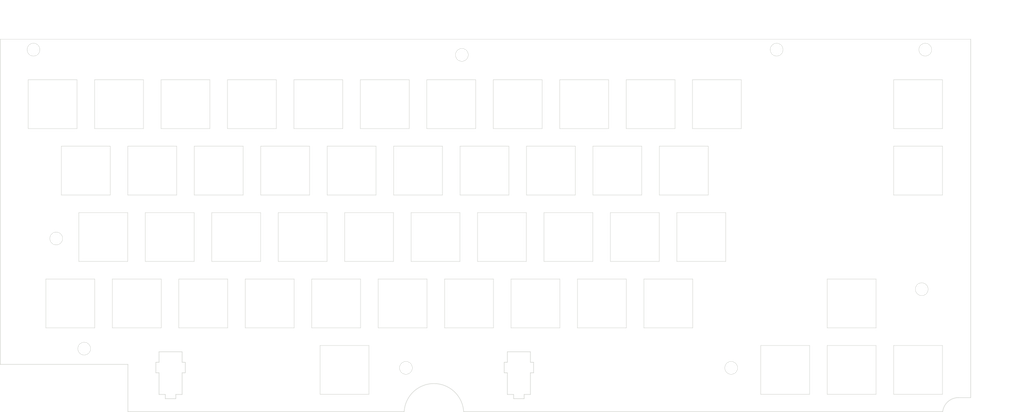
<source format=kicad_pcb>
(kicad_pcb (version 20211014) (generator pcbnew)
  (layers (0 "F.Cu" signal) (31 "B.Cu" signal) (34 "B.Paste" user) (35 "F.Paste" user) (36 "B.SilkS" user "B.Silkscreen") (37 "F.SilkS" user "F.Silkscreen") (38 "B.Mask" user) (39 "F.Mask" user) (44 "Edge.Cuts" user))
  (net 0 "")
  (footprint "Mistrum_klavesnice:SW_Cherry_MX_Mistrum_maskadira" (layer "F.Cu") (at 132.5 148.5)
    (fp_text reference "SW10")
    (fp_text value "E")
    (fp_line (start -9.525 12.065) (end -9.525 -1.905) (layer "Edge.Cuts") (width 0.12))
    (fp_line (start 4.445 12.065) (end -9.525 12.065) (layer "Edge.Cuts") (width 0.12))
    (fp_line (start -9.525 -1.905) (end 4.445 -1.905) (layer "Edge.Cuts") (width 0.12))
    (fp_line (start 4.445 -1.905) (end 4.445 12.065) (layer "Edge.Cuts") (width 0.12))
  )
  (footprint "Mistrum_klavesnice:SW_Cherry_MX_Mistrum_maskadira" (layer "F.Cu") (at 242.08 186.5)
    (fp_text reference "SW36")
    (fp_text value "SS")
    (fp_line (start -9.525 -1.905) (end 4.445 -1.905) (layer "Edge.Cuts") (width 0.12))
    (fp_line (start -9.525 12.065) (end -9.525 -1.905) (layer "Edge.Cuts") (width 0.12))
    (fp_line (start 4.445 12.065) (end -9.525 12.065) (layer "Edge.Cuts") (width 0.12))
    (fp_line (start 4.445 -1.905) (end 4.445 12.065) (layer "Edge.Cuts") (width 0.12))
  )
  (footprint "Mistrum_klavesnice:SW_Cherry_MX_Mistrum_maskadira" (layer "F.Cu") (at 189.5 148.5)
    (fp_text reference "SW22")
    (fp_text value "Y")
    (fp_line (start 4.445 12.065) (end -9.525 12.065) (layer "Edge.Cuts") (width 0.12))
    (fp_line (start -9.525 12.065) (end -9.525 -1.905) (layer "Edge.Cuts") (width 0.12))
    (fp_line (start -9.525 -1.905) (end 4.445 -1.905) (layer "Edge.Cuts") (width 0.12))
    (fp_line (start 4.445 -1.905) (end 4.445 12.065) (layer "Edge.Cuts") (width 0.12))
  )
  (footprint "Mistrum_klavesnice:SW_Cherry_MX_Mistrum_maskadira" (layer "F.Cu") (at 265.5 148.5)
    (fp_text reference "SW38")
    (fp_text value "P")
    (fp_line (start -9.525 12.065) (end -9.525 -1.905) (layer "Edge.Cuts") (width 0.12))
    (fp_line (start 4.445 12.065) (end -9.525 12.065) (layer "Edge.Cuts") (width 0.12))
    (fp_line (start -9.525 -1.905) (end 4.445 -1.905) (layer "Edge.Cuts") (width 0.12))
    (fp_line (start 4.445 -1.905) (end 4.445 12.065) (layer "Edge.Cuts") (width 0.12))
  )
  (footprint "Mistrum_klavesnice:SW_Cherry_MX_Mistrum_maskadira" (layer "F.Cu") (at 104 129.5)
    (fp_text reference "SW5")
    (fp_text value "2")
    (fp_line (start -9.525 -1.905) (end 4.445 -1.905) (layer "Edge.Cuts") (width 0.12))
    (fp_line (start -9.525 12.065) (end -9.525 -1.905) (layer "Edge.Cuts") (width 0.12))
    (fp_line (start 4.445 -1.905) (end 4.445 12.065) (layer "Edge.Cuts") (width 0.12))
    (fp_line (start 4.445 12.065) (end -9.525 12.065) (layer "Edge.Cuts") (width 0.12))
  )
  (footprint "Mistrum_klavesnice:SW_Cherry_MX_Mistrum_maskadira" (layer "F.Cu") (at 180 129.5)
    (fp_text reference "SW21")
    (fp_text value "6")
    (fp_line (start -9.525 -1.905) (end 4.445 -1.905) (layer "Edge.Cuts") (width 0.12))
    (fp_line (start -9.525 12.065) (end -9.525 -1.905) (layer "Edge.Cuts") (width 0.12))
    (fp_line (start 4.445 -1.905) (end 4.445 12.065) (layer "Edge.Cuts") (width 0.12))
    (fp_line (start 4.445 12.065) (end -9.525 12.065) (layer "Edge.Cuts") (width 0.12))
  )
  (footprint "Mistrum_klavesnice:SW_Cherry_MX_Mistrum_maskadira" (layer "F.Cu") (at 113.5 148.5)
    (fp_text reference "SW6")
    (fp_text value "W")
    (fp_line (start 4.445 12.065) (end -9.525 12.065) (layer "Edge.Cuts") (width 0.12))
    (fp_line (start -9.525 -1.905) (end 4.445 -1.905) (layer "Edge.Cuts") (width 0.12))
    (fp_line (start -9.525 12.065) (end -9.525 -1.905) (layer "Edge.Cuts") (width 0.12))
    (fp_line (start 4.445 -1.905) (end 4.445 12.065) (layer "Edge.Cuts") (width 0.12))
  )
  (footprint "Mistrum_klavesnice:SW_Cherry_MX_Mistrum_maskadira" (layer "F.Cu") (at 128.08 186.5)
    (fp_text reference "SW12")
    (fp_text value "X")
    (fp_line (start 4.445 12.065) (end -9.525 12.065) (layer "Edge.Cuts") (width 0.12))
    (fp_line (start 4.445 -1.905) (end 4.445 12.065) (layer "Edge.Cuts") (width 0.12))
    (fp_line (start -9.525 12.065) (end -9.525 -1.905) (layer "Edge.Cuts") (width 0.12))
    (fp_line (start -9.525 -1.905) (end 4.445 -1.905) (layer "Edge.Cuts") (width 0.12))
  )
  (footprint "Mistrum_klavesnice:SW_Cherry_MX_Mistrum_maskadira" (layer "F.Cu") (at 256 129.5)
    (fp_text reference "SW37")
    (fp_text value "0")
    (fp_line (start -9.525 -1.905) (end 4.445 -1.905) (layer "Edge.Cuts") (width 0.12))
    (fp_line (start 4.445 12.065) (end -9.525 12.065) (layer "Edge.Cuts") (width 0.12))
    (fp_line (start 4.445 -1.905) (end 4.445 12.065) (layer "Edge.Cuts") (width 0.12))
    (fp_line (start -9.525 12.065) (end -9.525 -1.905) (layer "Edge.Cuts") (width 0.12))
  )
  (footprint "Mistrum_klavesnice:SW_Cherry_MX_Mistrum_maskadira" (layer "F.Cu") (at 218 129.5)
    (fp_text reference "SW29")
    (fp_text value "8")
    (fp_line (start -9.525 -1.905) (end 4.445 -1.905) (layer "Edge.Cuts") (width 0.12))
    (fp_line (start 4.445 12.065) (end -9.525 12.065) (layer "Edge.Cuts") (width 0.12))
    (fp_line (start -9.525 12.065) (end -9.525 -1.905) (layer "Edge.Cuts") (width 0.12))
    (fp_line (start 4.445 -1.905) (end 4.445 12.065) (layer "Edge.Cuts") (width 0.12))
  )
  (footprint "Mistrum_klavesnice:SW_Cherry_MX_Mistrum_maskadira" (layer "F.Cu") (at 99.5 167.5)
    (fp_text reference "SW3")
    (fp_text value "A")
    (fp_line (start -9.525 -1.905) (end 4.445 -1.905) (layer "Edge.Cuts") (width 0.12))
    (fp_line (start -9.525 12.065) (end -9.525 -1.905) (layer "Edge.Cuts") (width 0.12))
    (fp_line (start 4.445 12.065) (end -9.525 12.065) (layer "Edge.Cuts") (width 0.12))
    (fp_line (start 4.445 -1.905) (end 4.445 12.065) (layer "Edge.Cuts") (width 0.12))
  )
  (footprint "Mistrum_klavesnice:SW_Cherry_MX_Mistrum_maskadira" (layer "F.Cu") (at 227.5 148.5)
    (fp_text reference "SW30")
    (fp_text value "I")
    (fp_line (start -9.525 12.065) (end -9.525 -1.905) (layer "Edge.Cuts") (width 0.12))
    (fp_line (start 4.445 12.065) (end -9.525 12.065) (layer "Edge.Cuts") (width 0.12))
    (fp_line (start 4.445 -1.905) (end 4.445 12.065) (layer "Edge.Cuts") (width 0.12))
    (fp_line (start -9.525 -1.905) (end 4.445 -1.905) (layer "Edge.Cuts") (width 0.12))
  )
  (footprint "Mistrum_klavesnice:SW_Cherry_MX_Mistrum_maskadira" (layer "F.Cu") (at 166.08 186.5)
    (fp_text reference "SW20")
    (fp_text value "V")
    (fp_line (start 4.445 12.065) (end -9.525 12.065) (layer "Edge.Cuts") (width 0.12))
    (fp_line (start -9.525 12.065) (end -9.525 -1.905) (layer "Edge.Cuts") (width 0.12))
    (fp_line (start -9.525 -1.905) (end 4.445 -1.905) (layer "Edge.Cuts") (width 0.12))
    (fp_line (start 4.445 -1.905) (end 4.445 12.065) (layer "Edge.Cuts") (width 0.12))
  )
  (footprint "Mistrum_klavesnice:SW_Cherry_MX_Mistrum_maskadira" (layer "F.Cu") (at 109.08 186.5)
    (fp_text reference "SW8")
    (fp_text value "Z")
    (fp_line (start -9.525 -1.905) (end 4.445 -1.905) (layer "Edge.Cuts") (width 0.12))
    (fp_line (start -9.525 12.065) (end -9.525 -1.905) (layer "Edge.Cuts") (width 0.12))
    (fp_line (start 4.445 12.065) (end -9.525 12.065) (layer "Edge.Cuts") (width 0.12))
    (fp_line (start 4.445 -1.905) (end 4.445 12.065) (layer "Edge.Cuts") (width 0.12))
  )
  (footprint "Mistrum_klavesnice:SW_Cherry_MX_Mistrum_maskadira" (layer "F.Cu") (at 246.5 148.5)
    (fp_text reference "SW34")
    (fp_text value "O")
    (fp_line (start 4.445 12.065) (end -9.525 12.065) (layer "Edge.Cuts") (width 0.12))
    (fp_line (start 4.445 -1.905) (end 4.445 12.065) (layer "Edge.Cuts") (width 0.12))
    (fp_line (start -9.525 12.065) (end -9.525 -1.905) (layer "Edge.Cuts") (width 0.12))
    (fp_line (start -9.525 -1.905) (end 4.445 -1.905) (layer "Edge.Cuts") (width 0.12))
  )
  (footprint "MountingHole:MountingHole_3.5mm" (layer "F.Cu") (at 183.5 210)
    (fp_text reference "REF**" hide)
    (fp_text value "MountingHole_3.5mm")
    (pad "" np_thru_hole circle (at 0 0) (size 3.5 3.5) (drill 3.5) (layers *.Cu *.Mask))
  )
  (footprint "Mistrum_klavesnice:SW_Cherry_MX_Mistrum_maskadira" (layer "F.Cu") (at 223.08 186.5)
    (fp_text reference "SW32")
    (fp_text value "M")
    (fp_line (start 4.445 12.065) (end -9.525 12.065) (layer "Edge.Cuts") (width 0.12))
    (fp_line (start -9.525 12.065) (end -9.525 -1.905) (layer "Edge.Cuts") (width 0.12))
    (fp_line (start -9.525 -1.905) (end 4.445 -1.905) (layer "Edge.Cuts") (width 0.12))
    (fp_line (start 4.445 -1.905) (end 4.445 12.065) (layer "Edge.Cuts") (width 0.12))
  )
  (footprint "Mistrum_klavesnice:SW_Cherry_MX_Mistrum_maskadira" (layer "F.Cu") (at 261.08 186.5)
    (fp_text reference "SW48")
    (fp_text value "MISTRUM (SUPER)")
    (fp_line (start -9.525 12.065) (end -9.525 -1.905) (layer "Edge.Cuts") (width 0.12))
    (fp_line (start 4.445 12.065) (end -9.525 12.065) (layer "Edge.Cuts") (width 0.12))
    (fp_line (start 4.445 -1.905) (end 4.445 12.065) (layer "Edge.Cuts") (width 0.12))
    (fp_line (start -9.525 -1.905) (end 4.445 -1.905) (layer "Edge.Cuts") (width 0.12))
  )
  (footprint "Mistrum_klavesnice:SW_Cherry_MX_Mistrum_maskadira" (layer "F.Cu") (at 170.5 148.5)
    (fp_text reference "SW18")
    (fp_text value "T")
    (fp_line (start -9.525 12.065) (end -9.525 -1.905) (layer "Edge.Cuts") (width 0.12))
    (fp_line (start -9.525 -1.905) (end 4.445 -1.905) (layer "Edge.Cuts") (width 0.12))
    (fp_line (start 4.445 -1.905) (end 4.445 12.065) (layer "Edge.Cuts") (width 0.12))
    (fp_line (start 4.445 12.065) (end -9.525 12.065) (layer "Edge.Cuts") (width 0.12))
  )
  (footprint "Mistrum_klavesnice:SW_Cherry_MX_Mistrum_maskadira" (layer "F.Cu") (at 168.48 205.5)
    (fp_text reference "SW40")
    (fp_text value "SP")
    (fp_line (start -9.525 12.065) (end -9.525 -1.905) (layer "Edge.Cuts") (width 0.12))
    (fp_line (start 4.445 12.065) (end -9.525 12.065) (layer "Edge.Cuts") (width 0.12))
    (fp_line (start -9.525 -1.905) (end 4.445 -1.905) (layer "Edge.Cuts") (width 0.12))
    (fp_line (start 4.445 -1.905) (end 4.445 12.065) (layer "Edge.Cuts") (width 0.12))
  )
  (footprint "Mistrum_klavesnice:SW_Cherry_MX_Mistrum_maskadira" (layer "F.Cu") (at 237 129.5)
    (fp_text reference "SW33")
    (fp_text value "9")
    (fp_line (start 4.445 12.065) (end -9.525 12.065) (layer "Edge.Cuts") (width 0.12))
    (fp_line (start 4.445 -1.905) (end 4.445 12.065) (layer "Edge.Cuts") (width 0.12))
    (fp_line (start -9.525 -1.905) (end 4.445 -1.905) (layer "Edge.Cuts") (width 0.12))
    (fp_line (start -9.525 12.065) (end -9.525 -1.905) (layer "Edge.Cuts") (width 0.12))
  )
  (footprint "Mistrum_klavesnice:SW_Cherry_MX_Mistrum_maskadira" (layer "F.Cu") (at 90.08 186.5)
    (fp_text reference "SW4")
    (fp_text value "CS")
    (fp_line (start -9.525 12.065) (end -9.525 -1.905) (layer "Edge.Cuts") (width 0.12))
    (fp_line (start -9.525 -1.905) (end 4.445 -1.905) (layer "Edge.Cuts") (width 0.12))
    (fp_line (start 4.445 12.065) (end -9.525 12.065) (layer "Edge.Cuts") (width 0.12))
    (fp_line (start 4.445 -1.905) (end 4.445 12.065) (layer "Edge.Cuts") (width 0.12))
  )
  (footprint "Mistrum_klavesnice:SW_Cherry_MX_Mistrum_maskadira" (layer "F.Cu") (at 204.08 186.5)
    (fp_text reference "SW28")
    (fp_text value "N")
    (fp_line (start -9.525 -1.905) (end 4.445 -1.905) (layer "Edge.Cuts") (width 0.12))
    (fp_line (start 4.445 -1.905) (end 4.445 12.065) (layer "Edge.Cuts") (width 0.12))
    (fp_line (start -9.525 12.065) (end -9.525 -1.905) (layer "Edge.Cuts") (width 0.12))
    (fp_line (start 4.445 12.065) (end -9.525 12.065) (layer "Edge.Cuts") (width 0.12))
  )
  (footprint "Mistrum_klavesnice:SW_Cherry_MX_Mistrum_maskadira" (layer "F.Cu") (at 118.5 167.5)
    (fp_text reference "SW7")
    (fp_text value "S")
    (fp_line (start 4.445 -1.905) (end 4.445 12.065) (layer "Edge.Cuts") (width 0.12))
    (fp_line (start -9.525 -1.905) (end 4.445 -1.905) (layer "Edge.Cuts") (width 0.12))
    (fp_line (start 4.445 12.065) (end -9.525 12.065) (layer "Edge.Cuts") (width 0.12))
    (fp_line (start -9.525 12.065) (end -9.525 -1.905) (layer "Edge.Cuts") (width 0.12))
  )
  (footprint "Mistrum_klavesnice:SW_Cherry_MX_Mistrum_maskadira" (layer "F.Cu") (at 94.5 148.5)
    (fp_text reference "SW2")
    (fp_text value "Q")
    (fp_line (start 4.445 12.065) (end -9.525 12.065) (layer "Edge.Cuts") (width 0.12))
    (fp_line (start 4.445 -1.905) (end 4.445 12.065) (layer "Edge.Cuts") (width 0.12))
    (fp_line (start -9.525 -1.905) (end 4.445 -1.905) (layer "Edge.Cuts") (width 0.12))
    (fp_line (start -9.525 12.065) (end -9.525 -1.905) (layer "Edge.Cuts") (width 0.12))
  )
  (footprint "Mistrum_klavesnice:SW_Cherry_MX_Mistrum_maskadira" (layer "F.Cu") (at 85 129.5)
    (fp_text reference "SW1")
    (fp_text value "1")
    (fp_line (start -9.525 -1.905) (end 4.445 -1.905) (layer "Edge.Cuts") (width 0.12))
    (fp_line (start 4.445 12.065) (end -9.525 12.065) (layer "Edge.Cuts") (width 0.12))
    (fp_line (start -9.525 12.065) (end -9.525 -1.905) (layer "Edge.Cuts") (width 0.12))
    (fp_line (start 4.445 -1.905) (end 4.445 12.065) (layer "Edge.Cuts") (width 0.12))
  )
  (footprint "Mistrum_klavesnice:SW_Cherry_MX_Mistrum_maskadira" (layer "F.Cu") (at 199 129.5)
    (fp_text reference "SW25")
    (fp_text value "7")
    (fp_line (start 4.445 12.065) (end -9.525 12.065) (layer "Edge.Cuts") (width 0.12))
    (fp_line (start -9.525 12.065) (end -9.525 -1.905) (layer "Edge.Cuts") (width 0.12))
    (fp_line (start -9.525 -1.905) (end 4.445 -1.905) (layer "Edge.Cuts") (width 0.12))
    (fp_line (start 4.445 -1.905) (end 4.445 12.065) (layer "Edge.Cuts") (width 0.12))
  )
  (footprint "Mistrum_klavesnice:SW_Cherry_MX_Mistrum_maskadira" (layer "F.Cu") (at 332.48 129.5)
    (fp_text reference "SW47")
    (fp_text value "RESET")
    (fp_line (start 4.445 12.065) (end -9.525 12.065) (layer "Edge.Cuts") (width 0.12))
    (fp_line (start -9.525 12.065) (end -9.525 -1.905) (layer "Edge.Cuts") (width 0.12))
    (fp_line (start 4.445 -1.905) (end 4.445 12.065) (layer "Edge.Cuts") (width 0.12))
    (fp_line (start -9.525 -1.905) (end 4.445 -1.905) (layer "Edge.Cuts") (width 0.12))
  )
  (footprint "Mistrum_klavesnice:SW_Cherry_MX_Mistrum_maskadira" (layer "F.Cu") (at 142 129.5)
    (fp_text reference "SW13")
    (fp_text value "4")
    (fp_line (start 4.445 -1.905) (end 4.445 12.065) (layer "Edge.Cuts") (width 0.12))
    (fp_line (start -9.525 -1.905) (end 4.445 -1.905) (layer "Edge.Cuts") (width 0.12))
    (fp_line (start 4.445 12.065) (end -9.525 12.065) (layer "Edge.Cuts") (width 0.12))
    (fp_line (start -9.525 12.065) (end -9.525 -1.905) (layer "Edge.Cuts") (width 0.12))
  )
  (footprint "Mistrum_klavesnice:SW_Cherry_MX_Mistrum_maskadira" (layer "F.Cu") (at 332.48 148.5)
    (fp_text reference "SW46")
    (fp_text value "NMI")
    (fp_line (start 4.445 -1.905) (end 4.445 12.065) (layer "Edge.Cuts") (width 0.12))
    (fp_line (start -9.525 -1.905) (end 4.445 -1.905) (layer "Edge.Cuts") (width 0.12))
    (fp_line (start -9.525 12.065) (end -9.525 -1.905) (layer "Edge.Cuts") (width 0.12))
    (fp_line (start 4.445 12.065) (end -9.525 12.065) (layer "Edge.Cuts") (width 0.12))
  )
  (footprint "Mistrum_klavesnice:SW_Cherry_MX_Mistrum_maskadira" (layer "F.Cu") (at 213.5 167.5)
    (fp_text reference "SW27")
    (fp_text value "J")
    (fp_line (start -9.525 12.065) (end -9.525 -1.905) (layer "Edge.Cuts") (width 0.12))
    (fp_line (start 4.445 -1.905) (end 4.445 12.065) (layer "Edge.Cuts") (width 0.12))
    (fp_line (start -9.525 -1.905) (end 4.445 -1.905) (layer "Edge.Cuts") (width 0.12))
    (fp_line (start 4.445 12.065) (end -9.525 12.065) (layer "Edge.Cuts") (width 0.12))
  )
  (footprint "MountingHole:MountingHole_3.5mm" (layer "F.Cu") (at 289.5 119)
    (fp_text reference "REF**" hide)
    (fp_text value "MountingHole_3.5mm")
    (pad "" np_thru_hole circle (at 0 0) (size 3.5 3.5) (drill 3.5) (layers *.Cu *.Mask))
  )
  (footprint "Mistrum_klavesnice:SW_Cherry_MX_Mistrum_maskadira" (layer "F.Cu") (at 332.48 205.5)
    (fp_text reference "SW44")
    (fp_text value "RIGHT")
    (fp_line (start 4.445 12.065) (end -9.525 12.065) (layer "Edge.Cuts") (width 0.12))
    (fp_line (start 4.445 -1.905) (end 4.445 12.065) (layer "Edge.Cuts") (width 0.12))
    (fp_line (start -9.525 12.065) (end -9.525 -1.905) (layer "Edge.Cuts") (width 0.12))
    (fp_line (start -9.525 -1.905) (end 4.445 -1.905) (layer "Edge.Cuts") (width 0.12))
  )
  (footprint "Mistrum_klavesnice:SW_Cherry_MX_Mistrum_maskadira" (layer "F.Cu") (at 123 129.5)
    (fp_text reference "SW9")
    (fp_text value "3")
    (fp_line (start 4.445 12.065) (end -9.525 12.065) (layer "Edge.Cuts") (width 0.12))
    (fp_line (start -9.525 -1.905) (end 4.445 -1.905) (layer "Edge.Cuts") (width 0.12))
    (fp_line (start 4.445 -1.905) (end 4.445 12.065) (layer "Edge.Cuts") (width 0.12))
    (fp_line (start -9.525 12.065) (end -9.525 -1.905) (layer "Edge.Cuts") (width 0.12))
  )
  (footprint "Mistrum_klavesnice:SW_Cherry_MX_Mistrum_maskadira" (layer "F.Cu") (at 147.08 186.5)
    (fp_text reference "SW16")
    (fp_text value "C")
    (fp_line (start -9.525 -1.905) (end 4.445 -1.905) (layer "Edge.Cuts") (width 0.12))
    (fp_line (start -9.525 12.065) (end -9.525 -1.905) (layer "Edge.Cuts") (width 0.12))
    (fp_line (start 4.445 -1.905) (end 4.445 12.065) (layer "Edge.Cuts") (width 0.12))
    (fp_line (start 4.445 12.065) (end -9.525 12.065) (layer "Edge.Cuts") (width 0.12))
  )
  (footprint "MountingHole:MountingHole_3.5mm" (layer "F.Cu") (at 276.5 210)
    (fp_text reference "REF**" hide)
    (fp_text value "MountingHole_3.5mm")
    (pad "" np_thru_hole circle (at 0 0) (size 3.5 3.5) (drill 3.5) (layers *.Cu *.Mask))
  )
  (footprint "MountingHole:MountingHole_3.5mm" (layer "F.Cu") (at 77 119)
    (fp_text reference "REF**" hide)
    (fp_text value "MountingHole_3.5mm")
    (pad "" np_thru_hole circle (at 0 0) (size 3.5 3.5) (drill 3.5) (layers *.Cu *.Mask))
  )
  (footprint "MountingHole:MountingHole_3.5mm" (layer "F.Cu") (at 199.5 120.5)
    (fp_text reference "REF**" hide)
    (fp_text value "MountingHole_3.5mm")
    (pad "" np_thru_hole circle (at 0 0) (size 3.5 3.5) (drill 3.5) (layers *.Cu *.Mask))
  )
  (footprint "Mistrum_klavesnice:SW_Cherry_MX_Mistrum_maskadira" (layer "F.Cu") (at 156.5 167.5)
    (fp_text reference "SW15")
    (fp_text value "F")
    (fp_line (start 4.445 -1.905) (end 4.445 12.065) (layer "Edge.Cuts") (width 0.12))
    (fp_line (start -9.525 -1.905) (end 4.445 -1.905) (layer "Edge.Cuts") (width 0.12))
    (fp_line (start 4.445 12.065) (end -9.525 12.065) (layer "Edge.Cuts") (width 0.12))
    (fp_line (start -9.525 12.065) (end -9.525 -1.905) (layer "Edge.Cuts") (width 0.12))
  )
  (footprint "Mistrum_klavesnice:SW_Cherry_MX_Mistrum_maskadira" (layer "F.Cu") (at 270.5 167.5)
    (fp_text reference "SW39")
    (fp_text value "CR")
    (fp_line (start -9.525 -1.905) (end 4.445 -1.905) (layer "Edge.Cuts") (width 0.12))
    (fp_line (start 4.445 12.065) (end -9.525 12.065) (layer "Edge.Cuts") (width 0.12))
    (fp_line (start -9.525 12.065) (end -9.525 -1.905) (layer "Edge.Cuts") (width 0.12))
    (fp_line (start 4.445 -1.905) (end 4.445 12.065) (layer "Edge.Cuts") (width 0.12))
  )
  (footprint "Mistrum_klavesnice:SW_Cherry_MX_Mistrum_maskadira" (layer "F.Cu") (at 151.5 148.5)
    (fp_text reference "SW14")
    (fp_text value "R")
    (fp_line (start -9.525 -1.905) (end 4.445 -1.905) (layer "Edge.Cuts") (width 0.12))
    (fp_line (start 4.445 12.065) (end -9.525 12.065) (layer "Edge.Cuts") (width 0.12))
    (fp_line (start -9.525 12.065) (end -9.525 -1.905) (layer "Edge.Cuts") (width 0.12))
    (fp_line (start 4.445 -1.905) (end 4.445 12.065) (layer "Edge.Cuts") (width 0.12))
  )
  (footprint "Mistrum_klavesnice:SW_Cherry_MX_Mistrum_maskadira" (layer "F.Cu") (at 232.5 167.5)
    (fp_text reference "SW31")
    (fp_text value "K")
    (fp_line (start 4.445 12.065) (end -9.525 12.065) (layer "Edge.Cuts") (width 0.12))
    (fp_line (start -9.525 12.065) (end -9.525 -1.905) (layer "Edge.Cuts") (width 0.12))
    (fp_line (start 4.445 -1.905) (end 4.445 12.065) (layer "Edge.Cuts") (width 0.12))
    (fp_line (start -9.525 -1.905) (end 4.445 -1.905) (layer "Edge.Cuts") (width 0.12))
  )
  (footprint "Mistrum_klavesnice:SW_Cherry_MX_Mistrum_maskadira" (layer "F.Cu") (at 185.08 186.5)
    (fp_text reference "SW24")
    (fp_text value "B")
    (fp_line (start -9.525 12.065) (end -9.525 -1.905) (layer "Edge.Cuts") (width 0.12))
    (fp_line (start 4.445 -1.905) (end 4.445 12.065) (layer "Edge.Cuts") (width 0.12))
    (fp_line (start -9.525 -1.905) (end 4.445 -1.905) (layer "Edge.Cuts") (width 0.12))
    (fp_line (start 4.445 12.065) (end -9.525 12.065) (layer "Edge.Cuts") (width 0.12))
  )
  (footprint "Mistrum_klavesnice:SW_Cherry_MX_Mistrum_maskadira" (layer "F.Cu") (at 161 129.5)
    (fp_text reference "SW17")
    (fp_text value "5")
    (fp_line (start 4.445 -1.905) (end 4.445 12.065) (layer "Edge.Cuts") (width 0.12))
    (fp_line (start -9.525 12.065) (end -9.525 -1.905) (layer "Edge.Cuts") (width 0.12))
    (fp_line (start -9.525 -1.905) (end 4.445 -1.905) (layer "Edge.Cuts") (width 0.12))
    (fp_line (start 4.445 12.065) (end -9.525 12.065) (layer "Edge.Cuts") (width 0.12))
  )
  (footprint "MountingHole:MountingHole_3.5mm" (layer "F.Cu") (at 331 187.5)
    (fp_text reference "REF**" hide)
    (fp_text value "MountingHole_3.5mm")
    (pad "" np_thru_hole circle (at 0 0) (size 3.5 3.5) (drill 3.5) (layers *.Cu *.Mask))
  )
  (footprint "Mistrum_klavesnice:SW_Cherry_MX_Mistrum_maskadira" (layer "F.Cu") (at 313.48 186.5)
    (fp_text reference "SW43")
    (fp_text value "UP")
    (fp_line (start 4.445 -1.905) (end 4.445 12.065) (layer "Edge.Cuts") (width 0.12))
    (fp_line (start -9.525 12.065) (end -9.525 -1.905) (layer "Edge.Cuts") (width 0.12))
    (fp_line (start -9.525 -1.905) (end 4.445 -1.905) (layer "Edge.Cuts") (width 0.12))
    (fp_line (start 4.445 12.065) (end -9.525 12.065) (layer "Edge.Cuts") (width 0.12))
  )
  (footprint "Mistrum_klavesnice:SW_Cherry_MX_Mistrum_maskadira" (layer "F.Cu") (at 137.5 167.5)
    (fp_text reference "SW11")
    (fp_text value "D")
    (fp_line (start -9.525 -1.905) (end 4.445 -1.905) (layer "Edge.Cuts") (width 0.12))
    (fp_line (start 4.445 -1.905) (end 4.445 12.065) (layer "Edge.Cuts") (width 0.12))
    (fp_line (start 4.445 12.065) (end -9.525 12.065) (layer "Edge.Cuts") (width 0.12))
    (fp_line (start -9.525 12.065) (end -9.525 -1.905) (layer "Edge.Cuts") (width 0.12))
  )
  (footprint "MountingHole:MountingHole_3.5mm" (layer "F.Cu") (at 83.5 173)
    (fp_text reference "REF**" hide)
    (fp_text value "MountingHole_3.5mm")
    (pad "" np_thru_hole circle (at 0 0) (size 3.5 3.5) (drill 3.5) (layers *.Cu *.Mask))
  )
  (footprint "Mistrum_klavesnice:SW_Cherry_MX_Mistrum_maskadira" (layer "F.Cu") (at 251.5 167.5)
    (fp_text reference "SW35")
    (fp_text value "L")
    (fp_line (start -9.525 12.065) (end -9.525 -1.905) (layer "Edge.Cuts") (width 0.12))
    (fp_line (start 4.445 12.065) (end -9.525 12.065) (layer "Edge.Cuts") (width 0.12))
    (fp_line (start 4.445 -1.905) (end 4.445 12.065) (layer "Edge.Cuts") (width 0.12))
    (fp_line (start -9.525 -1.905) (end 4.445 -1.905) (layer "Edge.Cuts") (width 0.12))
  )
  (footprint "Mistrum_klavesnice:SW_Cherry_MX_Mistrum_maskadira" (layer "F.Cu") (at 175.5 167.5)
    (fp_text reference "SW19")
    (fp_text value "G")
    (fp_line (start 4.445 -1.905) (end 4.445 12.065) (layer "Edge.Cuts") (width 0.12))
    (fp_line (start -9.525 -1.905) (end 4.445 -1.905) (layer "Edge.Cuts") (width 0.12))
    (fp_line (start 4.445 12.065) (end -9.525 12.065) (layer "Edge.Cuts") (width 0.12))
    (fp_line (start -9.525 12.065) (end -9.525 -1.905) (layer "Edge.Cuts") (width 0.12))
  )
  (footprint "Mistrum_klavesnice:SW_Cherry_MX_Mistrum_maskadira" (layer "F.Cu") (at 194.5 167.5)
    (fp_text reference "SW23")
    (fp_text value "H")
    (fp_line (start 4.445 12.065) (end -9.525 12.065) (layer "Edge.Cuts") (width 0.12))
    (fp_line (start -9.525 -1.905) (end 4.445 -1.905) (layer "Edge.Cuts") (width 0.12))
    (fp_line (start -9.525 12.065) (end -9.525 -1.905) (layer "Edge.Cuts") (width 0.12))
    (fp_line (start 4.445 -1.905) (end 4.445 12.065) (layer "Edge.Cuts") (width 0.12))
  )
  (footprint "Mistrum_klavesnice:SW_Cherry_MX_Mistrum_maskadira" (layer "F.Cu") (at 294.48 205.5)
    (fp_text reference "SW41")
    (fp_text value "LEFT")
    (fp_line (start 4.445 12.065) (end -9.525 12.065) (layer "Edge.Cuts") (width 0.12))
    (fp_line (start -9.525 12.065) (end -9.525 -1.905) (layer "Edge.Cuts") (width 0.12))
    (fp_line (start -9.525 -1.905) (end 4.445 -1.905) (layer "Edge.Cuts") (width 0.12))
    (fp_line (start 4.445 -1.905) (end 4.445 12.065) (layer "Edge.Cuts") (width 0.12))
  )
  (footprint "Mistrum_klavesnice:SW_Cherry_MX_Mistrum_maskadira" (layer "F.Cu") (at 313.48 205.5)
    (fp_text reference "SW42")
    (fp_text value "DOWN")
    (fp_line (start -9.525 12.065) (end -9.525 -1.905) (layer "Edge.Cuts") (width 0.12))
    (fp_line (start 4.445 -1.905) (end 4.445 12.065) (layer "Edge.Cuts") (width 0.12))
    (fp_line (start 4.445 12.065) (end -9.525 12.065) (layer "Edge.Cuts") (width 0.12))
    (fp_line (start -9.525 -1.905) (end 4.445 -1.905) (layer "Edge.Cuts") (width 0.12))
  )
  (footprint "Mistrum_klavesnice:SW_Cherry_MX_Mistrum_maskadira" (layer "F.Cu") (at 274.96 129.5)
    (fp_text reference "SW45")
    (fp_text value "DEL")
    (fp_line (start 4.445 12.065) (end -9.525 12.065) (layer "Edge.Cuts") (width 0.12))
    (fp_line (start -9.525 12.065) (end -9.525 -1.905) (layer "Edge.Cuts") (width 0.12))
    (fp_line (start -9.525 -1.905) (end 4.445 -1.905) (layer "Edge.Cuts") (width 0.12))
    (fp_line (start 4.445 -1.905) (end 4.445 12.065) (layer "Edge.Cuts") (width 0.12))
  )
  (footprint "MountingHole:MountingHole_3.5mm" (layer "F.Cu") (at 332 119)
    (fp_text reference "REF**" hide)
    (fp_text value "MountingHole_3.5mm")
    (pad "" np_thru_hole circle (at 0 0) (size 3.5 3.5) (drill 3.5) (layers *.Cu *.Mask))
  )
  (footprint "Mistrum_klavesnice:SW_Cherry_MX_Mistrum_maskadira" (layer "F.Cu") (at 208.5 148.5)
    (fp_text reference "SW26")
    (fp_text value "U")
    (fp_line (start -9.525 -1.905) (end 4.445 -1.905) (layer "Edge.Cuts") (width 0.12))
    (fp_line (start -9.525 12.065) (end -9.525 -1.905) (layer "Edge.Cuts") (width 0.12))
    (fp_line (start 4.445 12.065) (end -9.525 12.065) (layer "Edge.Cuts") (width 0.12))
    (fp_line (start 4.445 -1.905) (end 4.445 12.065) (layer "Edge.Cuts") (width 0.12))
  )
  (footprint "MountingHole:MountingHole_3.5mm" (layer "F.Cu") (at 91.5 204.5)
    (fp_text reference "REF**" hide)
    (fp_text value "MountingHole_3.5mm")
    (pad "" np_thru_hole circle (at 0 0) (size 3.5 3.5) (drill 3.5) (layers *.Cu *.Mask))
  )
  (gr_line (start 212.5 211.4) (end 212.5 217.6) (layer "Edge.Cuts") (width 0.15))
  (gr_line (start 219.1 205.4) (end 219.1 208.4) (layer "Edge.Cuts") (width 0.15))
  (gr_line (start 219.1 208.4) (end 220 208.4) (layer "Edge.Cuts") (width 0.15))
  (gr_line (start 214.3 217.6) (end 214.3 218.8) (layer "Edge.Cuts") (width 0.15))
  (gr_line (start 67.5 116) (end 67.5 209) (layer "Edge.Cuts") (width 0.15))
  (gr_line (start 117.7 218.8) (end 117.7 217.6) (layer "Edge.Cuts") (width 0.15))
  (gr_line (start 119.5 208.4) (end 120.4 208.4) (layer "Edge.Cuts") (width 0.15))
  (gr_line (start 67.5 209) (end 104 209) (layer "Edge.Cuts") (width 0.15))
  (gr_line (start 212.5 208.4) (end 211.6 208.4) (layer "Edge.Cuts") (width 0.15))
  (gr_circle (center 77 119) (end 78.802776 119) (layer "Edge.Cuts") (width 0.15) (fill none))
  (gr_line (start 117.7 217.6) (end 119.5 217.6) (layer "Edge.Cuts") (width 0.15))
  (gr_arc (start 183 222.5) (mid 191.5 214.485307) (end 200 222.5) (layer "Edge.Cuts") (width 0.15))
  (gr_line (start 112 211.4) (end 112.9 211.4) (layer "Edge.Cuts") (width 0.15))
  (gr_line (start 112.9 205.4) (end 112.9 208.4) (layer "Edge.Cuts") (width 0.15))
  (gr_line (start 120.4 211.4) (end 119.5 211.4) (layer "Edge.Cuts") (width 0.15))
  (gr_line (start 217.3 217.6) (end 219.1 217.6) (layer "Edge.Cuts") (width 0.15))
  (gr_line (start 345 116) (end 67.5 116) (layer "Edge.Cuts") (width 0.1))
  (gr_line (start 200 222.5) (end 337 222.5) (layer "Edge.Cuts") (width 0.15))
  (gr_circle (center 91.5 204.5) (end 93.302776 204.5) (layer "Edge.Cuts") (width 0.15) (fill none))
  (gr_circle (center 183.5 210) (end 185.302776 210) (layer "Edge.Cuts") (width 0.15) (fill none))
  (gr_circle (center 83.5 173) (end 85.302776 173) (layer "Edge.Cuts") (width 0.15) (fill none))
  (gr_line (start 112.9 211.4) (end 112.9 217.6) (layer "Edge.Cuts") (width 0.15))
  (gr_circle (center 289.5 119) (end 291.302776 119) (layer "Edge.Cuts") (width 0.15) (fill none))
  (gr_line (start 217.3 218.8) (end 217.3 217.6) (layer "Edge.Cuts") (width 0.15))
  (gr_circle (center 199.5 120.5) (end 201.302776 120.5) (layer "Edge.Cuts") (width 0.15) (fill none))
  (gr_line (start 114.7 218.8) (end 117.7 218.8) (layer "Edge.Cuts") (width 0.15))
  (gr_line (start 219.1 217.6) (end 219.1 211.4) (layer "Edge.Cuts") (width 0.15))
  (gr_circle (center 332 119) (end 333.802776 119) (layer "Edge.Cuts") (width 0.15) (fill none))
  (gr_line (start 112.9 208.4) (end 112 208.4) (layer "Edge.Cuts") (width 0.15))
  (gr_line (start 341.5 218.5) (end 345 218.5) (layer "Edge.Cuts") (width 0.15))
  (gr_line (start 214.3 218.8) (end 217.3 218.8) (layer "Edge.Cuts") (width 0.15))
  (gr_line (start 212.5 205.4) (end 212.5 208.4) (layer "Edge.Cuts") (width 0.15))
  (gr_line (start 112.9 205.4) (end 119.5 205.4) (layer "Edge.Cuts") (width 0.15))
  (gr_arc (start 337 222.5) (mid 338.489601 219.644552) (end 341.5 218.5) (layer "Edge.Cuts") (width 0.15))
  (gr_line (start 220 211.4) (end 219.1 211.4) (layer "Edge.Cuts") (width 0.15))
  (gr_line (start 345 218.5) (end 345 116) (layer "Edge.Cuts") (width 0.15))
  (gr_line (start 114.7 217.6) (end 114.7 218.8) (layer "Edge.Cuts") (width 0.15))
  (gr_line (start 220 208.4) (end 220 211.4) (layer "Edge.Cuts") (width 0.15))
  (gr_line (start 114.7 217.6) (end 112.9 217.6) (layer "Edge.Cuts") (width 0.15))
  (gr_line (start 104 222.5) (end 183 222.5) (layer "Edge.Cuts") (width 0.15))
  (gr_line (start 112 208.4) (end 112 211.4) (layer "Edge.Cuts") (width 0.15))
  (gr_line (start 214.3 217.6) (end 212.5 217.6) (layer "Edge.Cuts") (width 0.15))
  (gr_line (start 211.6 211.4) (end 212.5 211.4) (layer "Edge.Cuts") (width 0.15))
  (gr_line (start 219.1 205.4) (end 212.5 205.4) (layer "Edge.Cuts") (width 0.15))
  (gr_line (start 119.5 205.4) (end 119.5 208.4) (layer "Edge.Cuts") (width 0.15))
  (gr_circle (center 331 187.5) (end 332.802776 187.5) (layer "Edge.Cuts") (width 0.15) (fill none))
  (gr_circle (center 276.5 210) (end 278.302776 210) (layer "Edge.Cuts") (width 0.15) (fill none))
  (gr_line (start 104 209) (end 104 222.5) (layer "Edge.Cuts") (width 0.15))
  (gr_line (start 211.6 208.4) (end 211.6 211.4) (layer "Edge.Cuts") (width 0.15))
  (gr_line (start 119.5 217.6) (end 119.5 211.4) (layer "Edge.Cuts") (width 0.15))
  (gr_line (start 120.4 208.4) (end 120.4 211.4) (layer "Edge.Cuts") (width 0.15))
)
</source>
